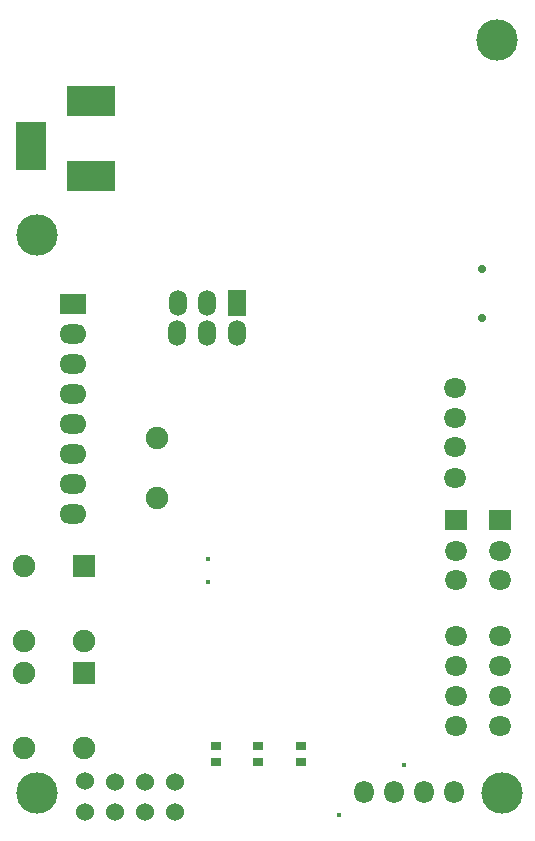
<source format=gbs>
%FSTAX23Y23*%
%MOIN*%
%SFA1B1*%

%IPPOS*%
%ADD27R,0.037400X0.031500*%
%ADD36C,0.060000*%
%ADD37O,0.065000X0.075000*%
%ADD38C,0.075000*%
%ADD39O,0.075000X0.065000*%
%ADD40C,0.027600*%
%ADD41R,0.160000X0.100000*%
%ADD42R,0.100000X0.160000*%
%ADD43R,0.075000X0.065000*%
%ADD44R,0.060000X0.086000*%
%ADD45O,0.060000X0.086000*%
%ADD46R,0.075000X0.075000*%
%ADD47O,0.090000X0.065000*%
%ADD48R,0.090000X0.065000*%
%ADD49C,0.138000*%
%ADD50C,0.015700*%
%LNpcb_bug-1*%
%LPD*%
G54D27*
X03295Y0264D03*
Y02585D03*
X03153Y0264D03*
Y02585D03*
X03012Y0264D03*
Y02585D03*
G54D36*
X02875Y0242D03*
X02775D03*
X02676Y02421D03*
X02575Y0242D03*
X02576Y02523D03*
X02677Y02521D03*
X02776D03*
X02876D03*
G54D37*
X03806Y02487D03*
X03705D03*
X03607D03*
X03506D03*
G54D38*
X02816Y03466D03*
Y03666D03*
X02373Y02632D03*
X02573D03*
X02373Y02882D03*
X02374Y02991D03*
X02574D03*
X02374Y03241D03*
G54D39*
X03811Y03834D03*
Y03733D03*
Y03635D03*
Y03534D03*
X03961Y03006D03*
Y02905D03*
Y02807D03*
Y02706D03*
X03814Y03006D03*
Y02905D03*
Y02807D03*
Y02706D03*
Y03291D03*
Y03193D03*
X03961Y03291D03*
Y03193D03*
G54D40*
X039Y0423D03*
Y04067D03*
G54D41*
X02596Y04541D03*
Y04791D03*
G54D42*
X02396Y04641D03*
G54D43*
X03814Y03392D03*
X03961D03*
G54D44*
X03084Y04118D03*
G54D45*
X02984Y04118D03*
X02885D03*
X03084Y04018D03*
X02884D03*
X02984D03*
G54D46*
X02573Y02882D03*
X02574Y03241D03*
G54D47*
X02537Y03412D03*
Y03612D03*
Y03812D03*
Y03912D03*
Y04012D03*
Y03712D03*
Y03512D03*
G54D48*
X02537Y04112D03*
G54D49*
X02417Y04342D03*
X0395Y04992D03*
X03967Y02484D03*
X02417D03*
G54D50*
X03423Y02411D03*
X03639Y02575D03*
X02986Y03187D03*
Y03264D03*
M02*
</source>
